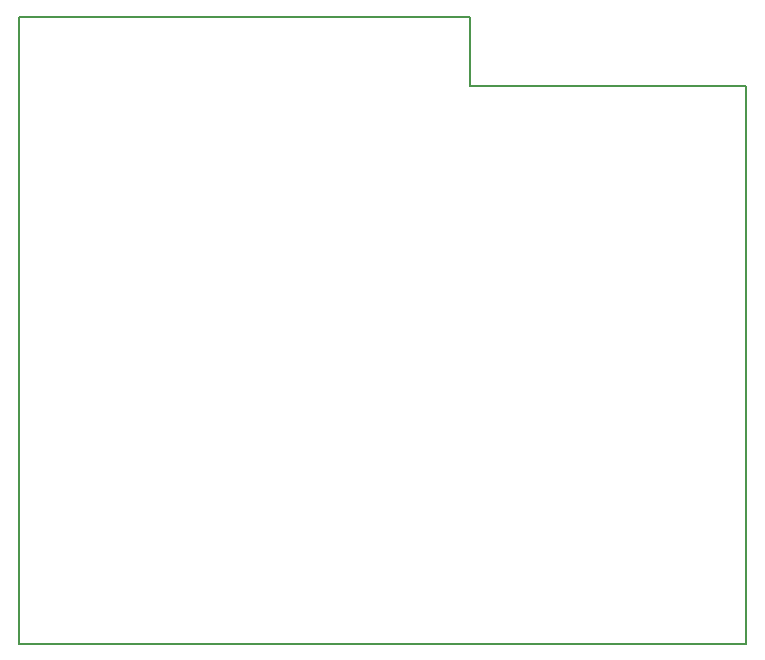
<source format=gbr>
%TF.GenerationSoftware,KiCad,Pcbnew,4.0.7-e2-6376~58~ubuntu16.04.1*%
%TF.CreationDate,2018-03-12T18:00:00+01:00*%
%TF.ProjectId,SLAMP-WiFi,534C414D502D576946692E6B69636164,rev?*%
%TF.FileFunction,Profile,NP*%
%FSLAX46Y46*%
G04 Gerber Fmt 4.6, Leading zero omitted, Abs format (unit mm)*
G04 Created by KiCad (PCBNEW 4.0.7-e2-6376~58~ubuntu16.04.1) date Mon Mar 12 18:00:00 2018*
%MOMM*%
%LPD*%
G01*
G04 APERTURE LIST*
%ADD10C,0.127000*%
G04 APERTURE END LIST*
D10*
X143637000Y-54991000D02*
X143637000Y-56769000D01*
X181864000Y-54991000D02*
X143637000Y-54991000D01*
X181864000Y-56769000D02*
X181864000Y-54991000D01*
X143637000Y-56769000D02*
X143637000Y-60833000D01*
X181864000Y-58166000D02*
X181864000Y-56769000D01*
X181864000Y-60833000D02*
X181864000Y-58166000D01*
X201041000Y-60833000D02*
X181864000Y-60833000D01*
X143637000Y-108077000D02*
X143637000Y-60833000D01*
X205232000Y-108077000D02*
X143637000Y-108077000D01*
X205232000Y-60833000D02*
X205232000Y-108077000D01*
X201041000Y-60833000D02*
X205232000Y-60833000D01*
M02*

</source>
